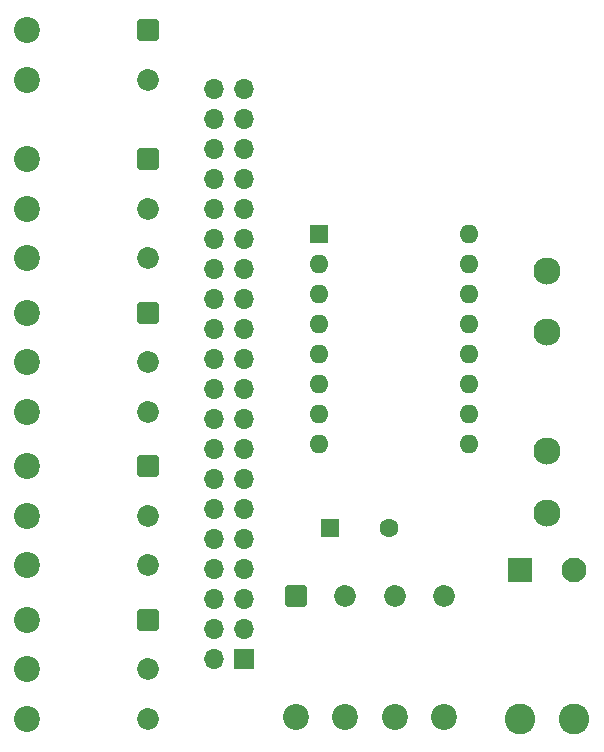
<source format=gbr>
%TF.GenerationSoftware,KiCad,Pcbnew,(6.0.7)*%
%TF.CreationDate,2022-09-20T18:51:32+02:00*%
%TF.ProjectId,postcardscanner,706f7374-6361-4726-9473-63616e6e6572,rev?*%
%TF.SameCoordinates,PX4d3f640PY2cd29c0*%
%TF.FileFunction,Soldermask,Bot*%
%TF.FilePolarity,Negative*%
%FSLAX46Y46*%
G04 Gerber Fmt 4.6, Leading zero omitted, Abs format (unit mm)*
G04 Created by KiCad (PCBNEW (6.0.7)) date 2022-09-20 18:51:32*
%MOMM*%
%LPD*%
G01*
G04 APERTURE LIST*
G04 Aperture macros list*
%AMRoundRect*
0 Rectangle with rounded corners*
0 $1 Rounding radius*
0 $2 $3 $4 $5 $6 $7 $8 $9 X,Y pos of 4 corners*
0 Add a 4 corners polygon primitive as box body*
4,1,4,$2,$3,$4,$5,$6,$7,$8,$9,$2,$3,0*
0 Add four circle primitives for the rounded corners*
1,1,$1+$1,$2,$3*
1,1,$1+$1,$4,$5*
1,1,$1+$1,$6,$7*
1,1,$1+$1,$8,$9*
0 Add four rect primitives between the rounded corners*
20,1,$1+$1,$2,$3,$4,$5,0*
20,1,$1+$1,$4,$5,$6,$7,0*
20,1,$1+$1,$6,$7,$8,$9,0*
20,1,$1+$1,$8,$9,$2,$3,0*%
G04 Aperture macros list end*
%ADD10R,1.700000X1.700000*%
%ADD11O,1.700000X1.700000*%
%ADD12C,1.850000*%
%ADD13RoundRect,0.250000X-0.675000X0.675000X-0.675000X-0.675000X0.675000X-0.675000X0.675000X0.675000X0*%
%ADD14C,2.200000*%
%ADD15RoundRect,0.250000X-0.675000X-0.675000X0.675000X-0.675000X0.675000X0.675000X-0.675000X0.675000X0*%
%ADD16R,1.600000X1.600000*%
%ADD17C,1.600000*%
%ADD18C,2.600000*%
%ADD19RoundRect,0.250001X-0.799999X-0.799999X0.799999X-0.799999X0.799999X0.799999X-0.799999X0.799999X0*%
%ADD20C,2.100000*%
%ADD21O,1.600000X1.600000*%
%ADD22C,2.300000*%
G04 APERTURE END LIST*
D10*
%TO.C,J1*%
X20290000Y-56100000D03*
D11*
X17750000Y-56100000D03*
X20290000Y-53560000D03*
X17750000Y-53560000D03*
X20290000Y-51020000D03*
X17750000Y-51020000D03*
X20290000Y-48480000D03*
X17750000Y-48480000D03*
X20290000Y-45940000D03*
X17750000Y-45940000D03*
X20290000Y-43400000D03*
X17750000Y-43400000D03*
X20290000Y-40860000D03*
X17750000Y-40860000D03*
X20290000Y-38320000D03*
X17750000Y-38320000D03*
X20290000Y-35780000D03*
X17750000Y-35780000D03*
X20290000Y-33240000D03*
X17750000Y-33240000D03*
X20290000Y-30700000D03*
X17750000Y-30700000D03*
X20290000Y-28160000D03*
X17750000Y-28160000D03*
X20290000Y-25620000D03*
X17750000Y-25620000D03*
X20290000Y-23080000D03*
X17750000Y-23080000D03*
X20290000Y-20540000D03*
X17750000Y-20540000D03*
X20290000Y-18000000D03*
X17750000Y-18000000D03*
X20290000Y-15460000D03*
X17750000Y-15460000D03*
X20290000Y-12920000D03*
X17750000Y-12920000D03*
X20290000Y-10380000D03*
X17750000Y-10380000D03*
X20290000Y-7840000D03*
X17750000Y-7840000D03*
%TD*%
D12*
%TO.C,J3*%
X12190000Y-35200000D03*
X12190000Y-31000000D03*
D13*
X12190000Y-26800000D03*
D14*
X1990000Y-31000000D03*
X1990000Y-26800000D03*
X1990000Y-35200000D03*
%TD*%
%TO.C,J7*%
X1990000Y-2900000D03*
X1990000Y-7100000D03*
D13*
X12190000Y-2900000D03*
D12*
X12190000Y-7100000D03*
%TD*%
D14*
%TO.C,J4*%
X1990000Y-39800000D03*
X1990000Y-44000000D03*
X1990000Y-48200000D03*
D13*
X12190000Y-39800000D03*
D12*
X12190000Y-44000000D03*
X12190000Y-48200000D03*
%TD*%
D14*
%TO.C,J6*%
X37300000Y-61010000D03*
X28900000Y-61010000D03*
X33100000Y-61010000D03*
X24700000Y-61010000D03*
D15*
X24700000Y-50810000D03*
D12*
X28900000Y-50810000D03*
X33100000Y-50810000D03*
X37300000Y-50810000D03*
%TD*%
%TO.C,J5*%
X12190000Y-61200000D03*
X12190000Y-57000000D03*
D13*
X12190000Y-52800000D03*
D14*
X1990000Y-57000000D03*
X1990000Y-61200000D03*
X1990000Y-52800000D03*
%TD*%
D16*
%TO.C,C1*%
X27597349Y-45000000D03*
D17*
X32597349Y-45000000D03*
%TD*%
D12*
%TO.C,J2*%
X12190000Y-22200000D03*
X12190000Y-18000000D03*
D13*
X12190000Y-13800000D03*
D14*
X1990000Y-18000000D03*
X1990000Y-13800000D03*
X1990000Y-22200000D03*
%TD*%
D18*
%TO.C,J8*%
X43700000Y-61175000D03*
X48300000Y-61175000D03*
D19*
X43700000Y-48575000D03*
D20*
X48300000Y-48575000D03*
%TD*%
D16*
%TO.C,A1*%
X26660000Y-20110000D03*
D21*
X26660000Y-22650000D03*
X26660000Y-25190000D03*
X26660000Y-27730000D03*
X26660000Y-30270000D03*
X26660000Y-32810000D03*
X26660000Y-35350000D03*
X26660000Y-37890000D03*
X39360000Y-37890000D03*
X39360000Y-35350000D03*
X39360000Y-32810000D03*
X39360000Y-30270000D03*
X39360000Y-27730000D03*
X39360000Y-25190000D03*
X39360000Y-22650000D03*
X39360000Y-20110000D03*
%TD*%
D22*
%TO.C,F1*%
X46000000Y-23250000D03*
X46000000Y-28450000D03*
X46000000Y-43750000D03*
X46000000Y-38550000D03*
%TD*%
M02*

</source>
